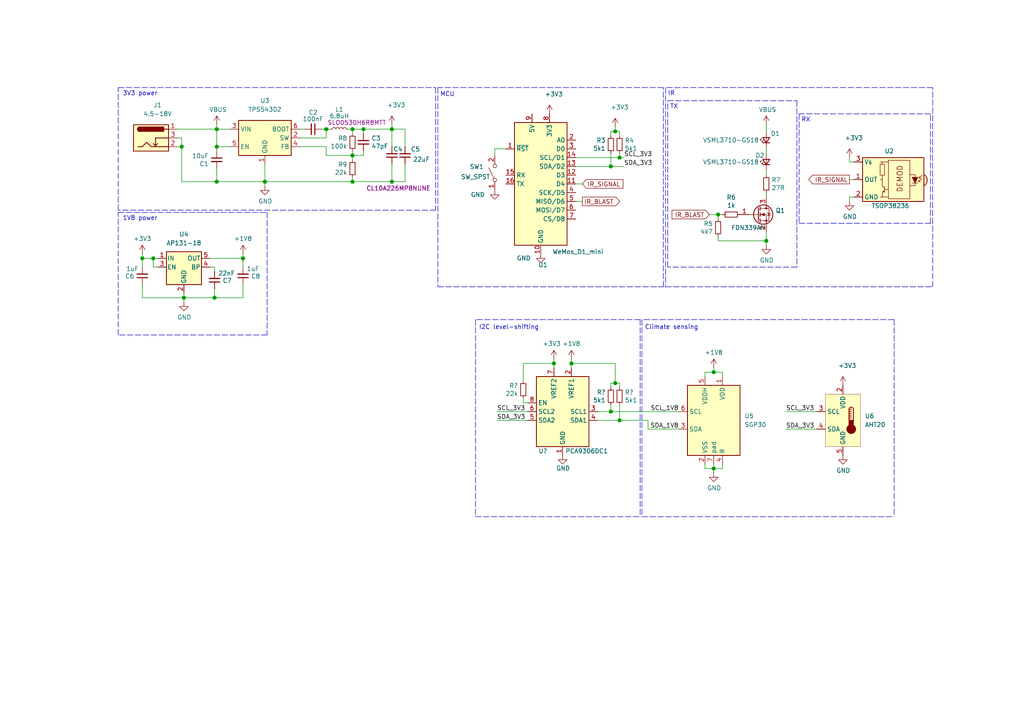
<source format=kicad_sch>
(kicad_sch (version 20210126) (generator eeschema)
  (paper "A4")
  (title_block (title "WiFIR") (rev "0.3") (comment 4 "WiFi connected IR blaster / reciever"))
  (lib_symbols
    (symbol "Connector:Barrel_Jack_Switch" (pin_names hide)
      (property "Reference" "J" (at 0 5.334 0))
      (property "Value" "Barrel_Jack_Switch" (at 0 -5.08 0))
      (symbol "Barrel_Jack_Switch_0_1"
        (arc (start -3.302 3.175) (end -3.302 1.905) (radius (at -3.302 2.54) (length 0.635) (angles 90.1 -90.1)) (stroke (width 0.254)) (fill (type outline)))
        (arc (start -3.302 3.175) (end -3.302 1.905) (radius (at -3.302 2.54) (length 0.635) (angles 90.1 -90.1)) (stroke (width 0.254)))
        (rectangle (start -5.08 3.81) (end 5.08 -3.81) (stroke (width 0.254)) (fill (type background)))
        (rectangle (start 3.683 3.175) (end -3.302 1.905) (stroke (width 0.254)) (fill (type outline)))
        (polyline (pts (xy 1.27 -2.286) (xy 1.905 -1.651)) (stroke (width 0.254)))
        (polyline (pts (xy 5.08 2.54) (xy 3.81 2.54)) (stroke (width 0.254)))
        (polyline (pts (xy 5.08 0) (xy 1.27 0) (xy 1.27 -2.286) (xy 0.635 -1.651)) (stroke (width 0.254)))
        (polyline (pts (xy -3.81 -2.54) (xy -2.54 -2.54) (xy -1.27 -1.27) (xy 0 -2.54) (xy 2.54 -2.54) (xy 5.08 -2.54)) (stroke (width 0.254)))
      )
      (symbol "Barrel_Jack_Switch_1_1"
        (pin passive line (at 7.62 2.54 180) (length 2.54) (name "~") (number "1"))
        (pin passive line (at 7.62 -2.54 180) (length 2.54) (name "~") (number "2"))
        (pin passive line (at 7.62 0 180) (length 2.54) (name "~") (number "3"))
      )
    )
    (symbol "Device:C_Small" (pin_numbers hide) (pin_names (offset 0.254) hide)
      (property "Reference" "C" (at 0.254 1.778 0))
      (property "Value" "C_Small" (at 0.254 -2.032 0))
      (symbol "C_Small_0_1"
        (polyline (pts (xy -1.524 -0.508) (xy 1.524 -0.508)) (stroke (width 0.3302)))
        (polyline (pts (xy -1.524 0.508) (xy 1.524 0.508)) (stroke (width 0.3048)))
      )
      (symbol "C_Small_1_1"
        (pin passive line (at 0 2.54 270) (length 2.032) (name "~") (number "1"))
        (pin passive line (at 0 -2.54 90) (length 2.032) (name "~") (number "2"))
      )
    )
    (symbol "Device:LED_Small" (pin_numbers hide) (pin_names (offset 0.254) hide)
      (property "Reference" "D" (at -1.27 3.175 0))
      (property "Value" "LED_Small" (at -4.445 -2.54 0))
      (symbol "LED_Small_0_1"
        (polyline (pts (xy -0.762 -1.016) (xy -0.762 1.016)) (stroke (width 0.254)))
        (polyline (pts (xy 1.016 0) (xy -0.762 0)))
        (polyline (pts (xy 0.762 -1.016) (xy -0.762 0) (xy 0.762 1.016) (xy 0.762 -1.016)) (stroke (width 0.254)))
        (polyline (pts (xy 0 0.762) (xy -0.508 1.27) (xy -0.254 1.27) (xy -0.508 1.27) (xy -0.508 1.016)))
        (polyline (pts (xy 0.508 1.27) (xy 0 1.778) (xy 0.254 1.778) (xy 0 1.778) (xy 0 1.524)))
      )
      (symbol "LED_Small_1_1"
        (pin passive line (at -2.54 0 0) (length 1.778) (name "K") (number "1"))
        (pin passive line (at 2.54 0 180) (length 1.778) (name "A") (number "2"))
      )
    )
    (symbol "Device:L_Small" (pin_numbers hide) (pin_names (offset 0.254) hide)
      (property "Reference" "L" (at 0.762 1.016 0))
      (property "Value" "L_Small" (at 0.762 -1.016 0))
      (symbol "L_Small_0_1"
        (arc (start 0 -2.032) (end 0 -1.016) (radius (at 0 -1.524) (length 0.508) (angles -89.9 89.9)))
        (arc (start 0 -1.016) (end 0 0) (radius (at 0 -0.508) (length 0.508) (angles -89.9 89.9)))
        (arc (start 0 0) (end 0 1.016) (radius (at 0 0.508) (length 0.508) (angles -89.9 89.9)))
        (arc (start 0 1.016) (end 0 2.032) (radius (at 0 1.524) (length 0.508) (angles -89.9 89.9)))
      )
      (symbol "L_Small_1_1"
        (pin passive line (at 0 2.54 270) (length 0.508) (name "~") (number "1"))
        (pin passive line (at 0 -2.54 90) (length 0.508) (name "~") (number "2"))
      )
    )
    (symbol "Device:Q_NMOS_GSD" (pin_names (offset 0) hide)
      (property "Reference" "Q" (at 5.08 1.27 0))
      (property "Value" "Q_NMOS_GSD" (at 5.08 -1.27 0))
      (symbol "Q_NMOS_GSD_0_1"
        (circle (center 1.651 0) (radius 2.794) (stroke (width 0.254)))
        (circle (center 2.54 -1.778) (radius 0.254) (fill (type outline)))
        (circle (center 2.54 1.778) (radius 0.254) (fill (type outline)))
        (polyline (pts (xy 0.254 0) (xy -2.54 0)))
        (polyline (pts (xy 0.254 1.905) (xy 0.254 -1.905)) (stroke (width 0.254)))
        (polyline (pts (xy 0.762 -1.27) (xy 0.762 -2.286)) (stroke (width 0.254)))
        (polyline (pts (xy 0.762 0.508) (xy 0.762 -0.508)) (stroke (width 0.254)))
        (polyline (pts (xy 0.762 2.286) (xy 0.762 1.27)) (stroke (width 0.254)))
        (polyline (pts (xy 2.54 2.54) (xy 2.54 1.778)))
        (polyline (pts (xy 2.54 -2.54) (xy 2.54 0) (xy 0.762 0)))
        (polyline (pts (xy 0.762 -1.778) (xy 3.302 -1.778) (xy 3.302 1.778) (xy 0.762 1.778)))
        (polyline (pts (xy 1.016 0) (xy 2.032 0.381) (xy 2.032 -0.381) (xy 1.016 0)) (fill (type outline)))
        (polyline (pts (xy 2.794 0.508) (xy 2.921 0.381) (xy 3.683 0.381) (xy 3.81 0.254)))
        (polyline (pts (xy 3.302 0.381) (xy 2.921 -0.254) (xy 3.683 -0.254) (xy 3.302 0.381)))
      )
      (symbol "Q_NMOS_GSD_1_1"
        (pin input line (at -5.08 0 0) (length 2.54) (name "G") (number "1"))
        (pin passive line (at 2.54 -5.08 90) (length 2.54) (name "S") (number "2"))
        (pin passive line (at 2.54 5.08 270) (length 2.54) (name "D") (number "3"))
      )
    )
    (symbol "Device:R_Small" (pin_numbers hide) (pin_names (offset 0.254) hide)
      (property "Reference" "R" (at 0.762 0.508 0))
      (property "Value" "R_Small" (at 0.762 -1.016 0))
      (symbol "R_Small_0_1"
        (rectangle (start -0.762 1.778) (end 0.762 -1.778) (stroke (width 0.2032)))
      )
      (symbol "R_Small_1_1"
        (pin passive line (at 0 2.54 270) (length 0.762) (name "~") (number "1"))
        (pin passive line (at 0 -2.54 90) (length 0.762) (name "~") (number "2"))
      )
    )
    (symbol "Interface:PCA9306DC1"
      (property "Reference" "U" (at -7.62 11.43 0))
      (property "Value" "PCA9306DC1" (at 3.81 11.43 0))
      (symbol "PCA9306DC1_0_1"
        (rectangle (start -7.62 10.16) (end 7.62 -10.16) (stroke (width 0.254)) (fill (type background)))
      )
      (symbol "PCA9306DC1_1_1"
        (pin power_in line (at 0 -12.7 90) (length 2.54) (name "GND") (number "1"))
        (pin power_in line (at -2.54 12.7 270) (length 2.54) (name "VREF1") (number "2"))
        (pin bidirectional line (at -10.16 0 0) (length 2.54) (name "SCL1") (number "3"))
        (pin bidirectional line (at -10.16 -2.54 0) (length 2.54) (name "SDA1") (number "4"))
        (pin bidirectional line (at 10.16 -2.54 180) (length 2.54) (name "SDA2") (number "5"))
        (pin bidirectional line (at 10.16 0 180) (length 2.54) (name "SCL2") (number "6"))
        (pin power_in line (at 2.54 12.7 270) (length 2.54) (name "VREF2") (number "7"))
        (pin input line (at 10.16 2.54 180) (length 2.54) (name "EN") (number "8"))
      )
    )
    (symbol "Interface_Optical:TSOP382xx"
      (property "Reference" "U" (at -10.16 7.62 0))
      (property "Value" "TSOP382xx" (at -10.16 -7.62 0))
      (symbol "TSOP382xx_0_0"
        (arc (start -10.287 1.397) (end -10.287 -1.778) (radius (at -9.144 -0.1778) (length 1.9558) (angles 126 -125.5)) (stroke (width 0.254)) (fill (type background)))
        (text "DEMOD" (at -3.175 0.254 900) (effects (font (size 1.524 1.524))))
        (polyline (pts (xy 1.905 -5.08) (xy 0.127 -5.08)))
        (polyline (pts (xy 1.905 5.08) (xy 0.127 5.08)))
      )
      (symbol "TSOP382xx_0_1"
        (rectangle (start -6.096 5.588) (end 0.127 -5.588))
        (rectangle (start 2.54 1.27) (end 1.27 4.445))
        (rectangle (start 7.62 6.35) (end -10.16 -6.35) (stroke (width 0.254)) (fill (type background)))
        (polyline (pts (xy -8.763 0.381) (xy -9.652 1.27)))
        (polyline (pts (xy -8.763 0.381) (xy -9.271 0.381)))
        (polyline (pts (xy -8.763 0.381) (xy -8.763 0.889)))
        (polyline (pts (xy -8.636 -0.635) (xy -9.525 0.254)))
        (polyline (pts (xy -8.636 -0.635) (xy -9.144 -0.635)))
        (polyline (pts (xy -8.636 -0.635) (xy -8.636 -0.127)))
        (polyline (pts (xy -8.382 -1.016) (xy -6.731 -1.016)))
        (polyline (pts (xy 1.27 -2.921) (xy 0.127 -2.921)))
        (polyline (pts (xy 1.27 -1.905) (xy 1.27 -3.81)))
        (polyline (pts (xy 1.397 -3.556) (xy 1.524 -3.556)))
        (polyline (pts (xy 1.651 -3.556) (xy 1.524 -3.556)))
        (polyline (pts (xy 1.651 -3.556) (xy 1.651 -3.302)))
        (polyline (pts (xy 1.905 0) (xy 1.905 1.27)))
        (polyline (pts (xy 1.905 4.445) (xy 1.905 5.08) (xy 2.54 5.08)))
        (polyline (pts (xy -8.382 0.635) (xy -6.731 0.635) (xy -7.62 -1.016) (xy -8.382 0.635)) (fill (type outline)))
        (polyline (pts (xy -6.096 1.397) (xy -7.62 1.397) (xy -7.62 -1.778) (xy -6.096 -1.778)))
        (polyline (pts (xy 1.27 -3.175) (xy 1.905 -3.81) (xy 1.905 -5.08) (xy 2.54 -5.08)))
        (polyline (pts (xy 1.27 -2.54) (xy 1.905 -1.905) (xy 1.905 0) (xy 2.54 0)))
      )
      (symbol "TSOP382xx_1_1"
        (pin output line (at 10.16 0 180) (length 2.54) (name "OUT") (number "1"))
        (pin power_in line (at 10.16 -5.08 180) (length 2.54) (name "GND") (number "2"))
        (pin power_in line (at 10.16 5.08 180) (length 2.54) (name "Vs") (number "3"))
      )
    )
    (symbol "MCU_Module:WeMos_D1_mini"
      (property "Reference" "U" (at 3.81 19.05 0))
      (property "Value" "WeMos_D1_mini" (at 1.27 -19.05 0))
      (symbol "WeMos_D1_mini_1_1"
        (rectangle (start -7.62 17.78) (end 7.62 -17.78) (stroke (width 0.254)) (fill (type background)))
        (pin input line (at -10.16 10.16 0) (length 2.54) (name "~RST") (number "1"))
        (pin power_in line (at 0 -20.32 90) (length 2.54) (name "GND") (number "10"))
        (pin bidirectional line (at 10.16 0 180) (length 2.54) (name "D4") (number "11"))
        (pin bidirectional line (at 10.16 2.54 180) (length 2.54) (name "D3") (number "12"))
        (pin bidirectional line (at 10.16 5.08 180) (length 2.54) (name "SDA/D2") (number "13"))
        (pin bidirectional line (at 10.16 7.62 180) (length 2.54) (name "SCL/D1") (number "14"))
        (pin input line (at -10.16 2.54 0) (length 2.54) (name "RX") (number "15"))
        (pin output line (at -10.16 0 0) (length 2.54) (name "TX") (number "16"))
        (pin input line (at 10.16 12.7 180) (length 2.54) (name "A0") (number "2"))
        (pin bidirectional line (at 10.16 10.16 180) (length 2.54) (name "D0") (number "3"))
        (pin bidirectional line (at 10.16 -2.54 180) (length 2.54) (name "SCK/D5") (number "4"))
        (pin bidirectional line (at 10.16 -5.08 180) (length 2.54) (name "MISO/D6") (number "5"))
        (pin bidirectional line (at 10.16 -7.62 180) (length 2.54) (name "MOSI/D7") (number "6"))
        (pin bidirectional line (at 10.16 -10.16 180) (length 2.54) (name "CS/D8") (number "7"))
        (pin power_out line (at 2.54 20.32 270) (length 2.54) (name "3V3") (number "8"))
        (pin power_in line (at -2.54 20.32 270) (length 2.54) (name "5V") (number "9"))
      )
    )
    (symbol "Regulator_Linear:AP131-18" (pin_names (offset 0.254))
      (property "Reference" "U" (at -3.81 5.715 0))
      (property "Value" "AP131-18" (at 0 5.715 0))
      (symbol "AP131-18_0_1"
        (rectangle (start -5.08 4.445) (end 5.08 -5.08) (stroke (width 0.254)) (fill (type background)))
      )
      (symbol "AP131-18_1_1"
        (pin power_in line (at -7.62 2.54 0) (length 2.54) (name "IN") (number "1"))
        (pin power_in line (at 0 -7.62 90) (length 2.54) (name "GND") (number "2"))
        (pin input line (at -7.62 0 0) (length 2.54) (name "EN") (number "3"))
        (pin input line (at 7.62 0 180) (length 2.54) (name "BP") (number "4"))
        (pin power_out line (at 7.62 2.54 180) (length 2.54) (name "OUT") (number "5"))
      )
    )
    (symbol "Regulator_Switching:TPS54302"
      (property "Reference" "U" (at -7.62 6.35 0))
      (property "Value" "TPS54302" (at 0 6.35 0))
      (symbol "TPS54302_0_1"
        (rectangle (start -7.62 5.08) (end 7.62 -5.08) (stroke (width 0.254)) (fill (type background)))
      )
      (symbol "TPS54302_1_1"
        (pin power_in line (at 0 -7.62 90) (length 2.54) (name "GND") (number "1"))
        (pin power_out line (at 10.16 0 180) (length 2.54) (name "SW") (number "2"))
        (pin power_in line (at -10.16 2.54 0) (length 2.54) (name "VIN") (number "3"))
        (pin input line (at 10.16 -2.54 180) (length 2.54) (name "FB") (number "4"))
        (pin input line (at -10.16 -2.54 0) (length 2.54) (name "EN") (number "5"))
        (pin passive line (at 10.16 2.54 180) (length 2.54) (name "BOOT") (number "6"))
      )
    )
    (symbol "Sensor:SGP30"
      (property "Reference" "U" (at -38.1 -27.94 0))
      (property "Value" "SGP30" (at -38.1 -27.94 0))
      (symbol "SGP30_0_1"
        (rectangle (start -7.62 10.16) (end 7.62 -10.16) (stroke (width 0.254)) (fill (type background)))
      )
      (symbol "SGP30_1_1"
        (pin power_in line (at 2.54 12.7 270) (length 2.54) (name "VDD") (number "1"))
        (pin power_in line (at -2.54 12.7 270) (length 2.54) (name "VDDH") (number "5"))
        (pin power_in line (at -2.54 -12.7 90) (length 2.54) (name "VSS") (number "2"))
        (pin input line (at 2.54 -12.7 90) (length 2.54) (name "R") (number "4"))
        (pin input line (at -10.16 2.54 0) (length 2.54) (name "SCL") (number "6"))
        (pin input line (at -10.16 -2.54 0) (length 2.54) (name "SDA") (number "3"))
        (pin power_in line (at 0 -12.7 90) (length 2.54) (name "pad") (number "7"))
      )
    )
    (symbol "Sensor_Temperature:AHT20"
      (property "Reference" "U" (at -5.08 10.16 0))
      (property "Value" "AHT20" (at 5.08 10.16 0))
      (symbol "AHT20_0_1"
        (arc (start 3.048 3.175) (end 1.778 3.175) (radius (at 2.413 3.175) (length 0.635) (angles 0.1 179.9)) (stroke (width 0.254)))
        (circle (center 2.413 -2.54) (radius 1.27) (stroke (width 0.254)) (fill (type outline)))
        (rectangle (start 3.048 -1.905) (end 1.778 0) (stroke (width 0.254)) (fill (type outline)))
        (rectangle (start -5.08 7.62) (end 5.08 -7.62) (stroke (width 0.001)) (fill (type background)))
        (polyline (pts (xy 1.778 0.635) (xy 2.413 0.635)) (stroke (width 0.254)))
        (polyline (pts (xy 1.778 1.27) (xy 2.413 1.27)) (stroke (width 0.254)))
        (polyline (pts (xy 1.778 1.905) (xy 2.413 1.905)) (stroke (width 0.254)))
        (polyline (pts (xy 1.778 2.54) (xy 2.413 2.54)) (stroke (width 0.254)))
        (polyline (pts (xy 1.778 3.175) (xy 1.778 0)) (stroke (width 0.254)))
        (polyline (pts (xy 1.778 3.175) (xy 2.413 3.175)) (stroke (width 0.254)))
        (polyline (pts (xy 3.048 3.175) (xy 3.048 0)) (stroke (width 0.254)))
      )
      (symbol "AHT20_1_1"
        (pin no_connect line (at -7.62 5.08 0) (length 2.54) hide (name "~") (number "1"))
        (pin power_in line (at 0 10.16 270) (length 2.54) (name "VDD") (number "2"))
        (pin open_collector line (at -7.62 2.54 0) (length 2.54) (name "SCL") (number "3"))
        (pin power_in line (at 0 -10.16 90) (length 2.54) (name "GND") (number "5"))
        (pin input line (at -7.62 -2.54 0) (length 2.54) (name "SDA") (number "4"))
        (pin no_connect line (at -7.62 -5.08 0) (length 2.54) hide (name "~") (number "6"))
      )
    )
    (symbol "Switch:SW_SPST" (pin_names (offset 0) hide)
      (property "Reference" "SW" (at 0 3.175 0))
      (property "Value" "SW_SPST" (at 0 -2.54 0))
      (symbol "SW_SPST_0_0"
        (circle (center -2.032 0) (radius 0.508))
        (circle (center 2.032 0) (radius 0.508))
        (polyline (pts (xy -1.524 0.254) (xy 1.524 1.778)))
      )
      (symbol "SW_SPST_1_1"
        (pin passive line (at -5.08 0 0) (length 2.54) (name "A") (number "1"))
        (pin passive line (at 5.08 0 180) (length 2.54) (name "B") (number "2"))
      )
    )
    (symbol "power:+1V8" (power) (pin_names (offset 0))
      (property "Value" "+1V8" (at 0 3.556 0))
      (symbol "+1V8_0_1"
        (polyline (pts (xy -0.762 1.27) (xy 0 2.54)))
        (polyline (pts (xy 0 0) (xy 0 2.54)))
        (polyline (pts (xy 0 2.54) (xy 0.762 1.27)))
      )
      (symbol "+1V8_1_1"
        (pin power_in line (at 0 0 90) (length 0) hide (name "+1V8") (number "1"))
      )
    )
    (symbol "power:+3V3" (power) (pin_names (offset 0))
      (property "Value" "+3V3" (at 0 3.556 0))
      (symbol "+3V3_0_1"
        (polyline (pts (xy -0.762 1.27) (xy 0 2.54)))
        (polyline (pts (xy 0 0) (xy 0 2.54)))
        (polyline (pts (xy 0 2.54) (xy 0.762 1.27)))
      )
      (symbol "+3V3_1_1"
        (pin power_in line (at 0 0 90) (length 0) hide (name "+3V3") (number "1"))
      )
    )
    (symbol "power:GND" (power) (pin_names (offset 0))
      (property "Value" "GND" (at 0 -3.81 0))
      (symbol "GND_0_1"
        (polyline (pts (xy 0 0) (xy 0 -1.27) (xy 1.27 -1.27) (xy 0 -2.54) (xy -1.27 -1.27) (xy 0 -1.27)))
      )
      (symbol "GND_1_1"
        (pin power_in line (at 0 0 270) (length 0) hide (name "GND") (number "1"))
      )
    )
    (symbol "power:VBUS" (power) (pin_names (offset 0))
      (property "Value" "VBUS" (at 0 3.81 0))
      (symbol "VBUS_0_1"
        (polyline (pts (xy -0.762 1.27) (xy 0 2.54)))
        (polyline (pts (xy 0 0) (xy 0 2.54)))
        (polyline (pts (xy 0 2.54) (xy 0.762 1.27)))
      )
      (symbol "VBUS_1_1"
        (pin power_in line (at 0 0 90) (length 0) hide (name "VBUS") (number "1"))
      )
    )
  )
  (junction (at 41.275 74.93) (diameter 1.016))
  (junction (at 44.45 74.93) (diameter 1.016))
  (junction (at 52.705 42.545) (diameter 1.016))
  (junction (at 53.34 86.36) (diameter 1.016))
  (junction (at 62.23 86.36) (diameter 1.016))
  (junction (at 62.865 37.465) (diameter 1.016))
  (junction (at 62.865 42.545) (diameter 1.016))
  (junction (at 62.865 52.705) (diameter 1.016))
  (junction (at 70.485 74.93) (diameter 1.016))
  (junction (at 76.835 52.705) (diameter 1.016))
  (junction (at 94.615 37.465) (diameter 1.016))
  (junction (at 102.235 37.465) (diameter 1.016))
  (junction (at 102.235 45.085) (diameter 1.016))
  (junction (at 102.235 52.705) (diameter 1.016))
  (junction (at 105.41 37.465) (diameter 1.016))
  (junction (at 113.665 37.465) (diameter 1.016))
  (junction (at 113.665 52.705) (diameter 1.016))
  (junction (at 160.655 105.41) (diameter 1.016))
  (junction (at 165.735 105.41) (diameter 1.016))
  (junction (at 177.165 48.26) (diameter 1.016))
  (junction (at 177.165 119.38) (diameter 1.016))
  (junction (at 178.435 38.1) (diameter 1.016))
  (junction (at 178.435 111.125) (diameter 1.016))
  (junction (at 179.705 45.72) (diameter 1.016))
  (junction (at 179.705 121.92) (diameter 1.016))
  (junction (at 207.01 107.95) (diameter 1.016))
  (junction (at 207.01 135.89) (diameter 1.016))
  (junction (at 208.28 62.23) (diameter 1.016))
  (junction (at 222.25 69.85) (diameter 1.016))
  (wire (pts (xy 41.275 73.66) (xy 41.275 74.93)))
  (wire (pts (xy 41.275 74.93) (xy 44.45 74.93)))
  (wire (pts (xy 41.275 77.47) (xy 41.275 74.93)))
  (wire (pts (xy 41.275 82.55) (xy 41.275 86.36)))
  (wire (pts (xy 41.275 86.36) (xy 53.34 86.36)))
  (wire (pts (xy 44.45 74.93) (xy 45.72 74.93)))
  (wire (pts (xy 44.45 77.47) (xy 44.45 74.93)))
  (wire (pts (xy 45.72 77.47) (xy 44.45 77.47)))
  (wire (pts (xy 51.435 37.465) (xy 62.865 37.465)))
  (wire (pts (xy 51.435 40.005) (xy 52.705 40.005)))
  (wire (pts (xy 51.435 42.545) (xy 52.705 42.545)))
  (wire (pts (xy 52.705 40.005) (xy 52.705 42.545)))
  (wire (pts (xy 52.705 42.545) (xy 52.705 52.705)))
  (wire (pts (xy 52.705 52.705) (xy 62.865 52.705)))
  (wire (pts (xy 53.34 85.09) (xy 53.34 86.36)))
  (wire (pts (xy 53.34 86.36) (xy 53.34 87.63)))
  (wire (pts (xy 53.34 86.36) (xy 62.23 86.36)))
  (wire (pts (xy 60.96 74.93) (xy 70.485 74.93)))
  (wire (pts (xy 62.23 77.47) (xy 60.96 77.47)))
  (wire (pts (xy 62.23 78.74) (xy 62.23 77.47)))
  (wire (pts (xy 62.23 86.36) (xy 62.23 83.82)))
  (wire (pts (xy 62.865 36.195) (xy 62.865 37.465)))
  (wire (pts (xy 62.865 37.465) (xy 62.865 42.545)))
  (wire (pts (xy 62.865 37.465) (xy 66.675 37.465)))
  (wire (pts (xy 62.865 42.545) (xy 62.865 43.815)))
  (wire (pts (xy 62.865 42.545) (xy 66.675 42.545)))
  (wire (pts (xy 62.865 48.895) (xy 62.865 52.705)))
  (wire (pts (xy 70.485 74.93) (xy 70.485 73.66)))
  (wire (pts (xy 70.485 74.93) (xy 70.485 77.47)))
  (wire (pts (xy 70.485 82.55) (xy 70.485 86.36)))
  (wire (pts (xy 70.485 86.36) (xy 62.23 86.36)))
  (wire (pts (xy 76.835 47.625) (xy 76.835 52.705)))
  (wire (pts (xy 76.835 52.705) (xy 62.865 52.705)))
  (wire (pts (xy 76.835 52.705) (xy 76.835 53.975)))
  (wire (pts (xy 86.995 37.465) (xy 88.265 37.465)))
  (wire (pts (xy 86.995 40.005) (xy 94.615 40.005)))
  (wire (pts (xy 86.995 42.545) (xy 94.615 42.545)))
  (wire (pts (xy 93.345 37.465) (xy 94.615 37.465)))
  (wire (pts (xy 94.615 37.465) (xy 94.615 40.005)))
  (wire (pts (xy 94.615 37.465) (xy 95.885 37.465)))
  (wire (pts (xy 94.615 42.545) (xy 94.615 45.085)))
  (wire (pts (xy 94.615 45.085) (xy 102.235 45.085)))
  (wire (pts (xy 100.965 37.465) (xy 102.235 37.465)))
  (wire (pts (xy 102.235 37.465) (xy 105.41 37.465)))
  (wire (pts (xy 102.235 38.735) (xy 102.235 37.465)))
  (wire (pts (xy 102.235 43.815) (xy 102.235 45.085)))
  (wire (pts (xy 102.235 45.085) (xy 102.235 46.355)))
  (wire (pts (xy 102.235 45.085) (xy 105.41 45.085)))
  (wire (pts (xy 102.235 51.435) (xy 102.235 52.705)))
  (wire (pts (xy 102.235 52.705) (xy 76.835 52.705)))
  (wire (pts (xy 102.235 52.705) (xy 113.665 52.705)))
  (wire (pts (xy 105.41 37.465) (xy 105.41 38.735)))
  (wire (pts (xy 105.41 37.465) (xy 113.665 37.465)))
  (wire (pts (xy 105.41 45.085) (xy 105.41 43.815)))
  (wire (pts (xy 113.665 36.195) (xy 113.665 37.465)))
  (wire (pts (xy 113.665 37.465) (xy 113.665 42.545)))
  (wire (pts (xy 113.665 37.465) (xy 117.475 37.465)))
  (wire (pts (xy 113.665 47.625) (xy 113.665 52.705)))
  (wire (pts (xy 117.475 37.465) (xy 117.475 42.545)))
  (wire (pts (xy 117.475 47.625) (xy 117.475 52.705)))
  (wire (pts (xy 117.475 52.705) (xy 113.665 52.705)))
  (wire (pts (xy 143.51 43.18) (xy 146.685 43.18)))
  (wire (pts (xy 143.51 45.085) (xy 143.51 43.18)))
  (wire (pts (xy 144.145 119.38) (xy 153.035 119.38)))
  (wire (pts (xy 144.145 121.92) (xy 153.035 121.92)))
  (wire (pts (xy 151.765 105.41) (xy 151.765 110.49)))
  (wire (pts (xy 151.765 115.57) (xy 151.765 116.84)))
  (wire (pts (xy 151.765 116.84) (xy 153.035 116.84)))
  (wire (pts (xy 160.655 104.14) (xy 160.655 105.41)))
  (wire (pts (xy 160.655 105.41) (xy 151.765 105.41)))
  (wire (pts (xy 160.655 106.68) (xy 160.655 105.41)))
  (wire (pts (xy 165.735 104.14) (xy 165.735 105.41)))
  (wire (pts (xy 165.735 105.41) (xy 165.735 106.68)))
  (wire (pts (xy 167.005 45.72) (xy 179.705 45.72)))
  (wire (pts (xy 167.005 48.26) (xy 177.165 48.26)))
  (wire (pts (xy 167.005 53.34) (xy 168.91 53.34)))
  (wire (pts (xy 167.005 58.42) (xy 168.91 58.42)))
  (wire (pts (xy 173.355 119.38) (xy 177.165 119.38)))
  (wire (pts (xy 177.165 38.1) (xy 178.435 38.1)))
  (wire (pts (xy 177.165 39.37) (xy 177.165 38.1)))
  (wire (pts (xy 177.165 44.45) (xy 177.165 48.26)))
  (wire (pts (xy 177.165 48.26) (xy 180.975 48.26)))
  (wire (pts (xy 177.165 111.125) (xy 177.165 112.395)))
  (wire (pts (xy 177.165 117.475) (xy 177.165 119.38)))
  (wire (pts (xy 177.165 119.38) (xy 196.85 119.38)))
  (wire (pts (xy 178.435 38.1) (xy 178.435 36.83)))
  (wire (pts (xy 178.435 38.1) (xy 179.705 38.1)))
  (wire (pts (xy 178.435 105.41) (xy 165.735 105.41)))
  (wire (pts (xy 178.435 111.125) (xy 177.165 111.125)))
  (wire (pts (xy 178.435 111.125) (xy 178.435 105.41)))
  (wire (pts (xy 179.705 38.1) (xy 179.705 39.37)))
  (wire (pts (xy 179.705 45.72) (xy 179.705 44.45)))
  (wire (pts (xy 179.705 111.125) (xy 178.435 111.125)))
  (wire (pts (xy 179.705 112.395) (xy 179.705 111.125)))
  (wire (pts (xy 179.705 117.475) (xy 179.705 121.92)))
  (wire (pts (xy 179.705 121.92) (xy 173.355 121.92)))
  (wire (pts (xy 180.975 45.72) (xy 179.705 45.72)))
  (wire (pts (xy 187.96 121.92) (xy 179.705 121.92)))
  (wire (pts (xy 187.96 124.46) (xy 187.96 121.92)))
  (wire (pts (xy 196.85 124.46) (xy 187.96 124.46)))
  (wire (pts (xy 204.47 107.95) (xy 204.47 109.22)))
  (wire (pts (xy 204.47 134.62) (xy 204.47 135.89)))
  (wire (pts (xy 204.47 135.89) (xy 207.01 135.89)))
  (wire (pts (xy 207.01 106.68) (xy 207.01 107.95)))
  (wire (pts (xy 207.01 107.95) (xy 204.47 107.95)))
  (wire (pts (xy 207.01 107.95) (xy 209.55 107.95)))
  (wire (pts (xy 207.01 134.62) (xy 207.01 135.89)))
  (wire (pts (xy 207.01 135.89) (xy 207.01 137.16)))
  (wire (pts (xy 207.01 135.89) (xy 209.55 135.89)))
  (wire (pts (xy 208.28 62.23) (xy 205.74 62.23)))
  (wire (pts (xy 208.28 62.23) (xy 209.55 62.23)))
  (wire (pts (xy 208.28 63.5) (xy 208.28 62.23)))
  (wire (pts (xy 208.28 68.58) (xy 208.28 69.85)))
  (wire (pts (xy 208.28 69.85) (xy 222.25 69.85)))
  (wire (pts (xy 209.55 107.95) (xy 209.55 109.22)))
  (wire (pts (xy 209.55 135.89) (xy 209.55 134.62)))
  (wire (pts (xy 222.25 36.195) (xy 222.25 38.1)))
  (wire (pts (xy 222.25 43.18) (xy 222.25 44.45)))
  (wire (pts (xy 222.25 49.53) (xy 222.25 50.8)))
  (wire (pts (xy 222.25 55.88) (xy 222.25 57.15)))
  (wire (pts (xy 222.25 69.85) (xy 222.25 67.31)))
  (wire (pts (xy 222.25 71.12) (xy 222.25 69.85)))
  (wire (pts (xy 227.965 119.38) (xy 236.855 119.38)))
  (wire (pts (xy 227.965 124.46) (xy 236.855 124.46)))
  (wire (pts (xy 246.38 45.72) (xy 246.38 46.99)))
  (wire (pts (xy 246.38 52.07) (xy 247.65 52.07)))
  (wire (pts (xy 246.38 57.15) (xy 246.38 58.42)))
  (wire (pts (xy 247.65 46.99) (xy 246.38 46.99)))
  (wire (pts (xy 247.65 57.15) (xy 246.38 57.15)))
  (polyline (pts (xy 34.29 25.4) (xy 126.365 25.4)) (stroke (width 0) (type dash)))
  (polyline (pts (xy 34.29 60.96) (xy 34.29 25.4)) (stroke (width 0) (type dash)))
  (polyline (pts (xy 34.29 61.595) (xy 77.47 61.595)) (stroke (width 0) (type dash)))
  (polyline (pts (xy 34.29 97.155) (xy 34.29 61.595)) (stroke (width 0) (type dash)))
  (polyline (pts (xy 77.47 61.595) (xy 77.47 97.155)) (stroke (width 0) (type dash)))
  (polyline (pts (xy 77.47 97.155) (xy 34.29 97.155)) (stroke (width 0) (type dash)))
  (polyline (pts (xy 126.365 25.4) (xy 126.365 60.96)) (stroke (width 0) (type dash)))
  (polyline (pts (xy 126.365 60.96) (xy 34.29 60.96)) (stroke (width 0) (type dash)))
  (polyline (pts (xy 127 25.4) (xy 127 83.185)) (stroke (width 0) (type dash)))
  (polyline (pts (xy 127 83.185) (xy 192.405 83.185)) (stroke (width 0) (type dash)))
  (polyline (pts (xy 137.922 92.71) (xy 137.922 149.86)) (stroke (width 0) (type dash)))
  (polyline (pts (xy 137.922 149.86) (xy 185.674 149.86)) (stroke (width 0) (type dash)))
  (polyline (pts (xy 185.674 92.71) (xy 137.922 92.71)) (stroke (width 0) (type dash)))
  (polyline (pts (xy 185.674 92.71) (xy 185.674 149.86)) (stroke (width 0) (type dash)))
  (polyline (pts (xy 186.182 92.71) (xy 186.182 149.86)) (stroke (width 0) (type dash)))
  (polyline (pts (xy 186.182 149.86) (xy 259.334 149.86)) (stroke (width 0) (type dash)))
  (polyline (pts (xy 192.405 25.4) (xy 127 25.4)) (stroke (width 0) (type dash)))
  (polyline (pts (xy 192.405 83.185) (xy 192.405 25.4)) (stroke (width 0) (type dash)))
  (polyline (pts (xy 193.04 25.4) (xy 193.04 83.185)) (stroke (width 0) (type dash)))
  (polyline (pts (xy 193.04 83.185) (xy 270.51 83.185)) (stroke (width 0) (type dash)))
  (polyline (pts (xy 193.675 29.21) (xy 231.14 29.21)) (stroke (width 0) (type dash)))
  (polyline (pts (xy 193.675 77.47) (xy 193.675 29.21)) (stroke (width 0) (type dash)))
  (polyline (pts (xy 231.14 29.21) (xy 231.14 77.47)) (stroke (width 0) (type dash)))
  (polyline (pts (xy 231.14 77.47) (xy 193.675 77.47)) (stroke (width 0) (type dash)))
  (polyline (pts (xy 231.775 33.02) (xy 231.775 64.77)) (stroke (width 0) (type dash)))
  (polyline (pts (xy 231.775 64.77) (xy 269.875 64.77)) (stroke (width 0) (type dash)))
  (polyline (pts (xy 259.334 92.71) (xy 186.182 92.71)) (stroke (width 0) (type dash)))
  (polyline (pts (xy 259.334 92.71) (xy 259.334 149.86)) (stroke (width 0) (type dash)))
  (polyline (pts (xy 269.875 33.02) (xy 231.775 33.02)) (stroke (width 0) (type dash)))
  (polyline (pts (xy 269.875 64.77) (xy 269.875 33.02)) (stroke (width 0) (type dash)))
  (polyline (pts (xy 270.51 25.4) (xy 193.04 25.4)) (stroke (width 0) (type dash)))
  (polyline (pts (xy 270.51 83.185) (xy 270.51 25.4)) (stroke (width 0) (type dash)))
  (text "3V3 power" (at 35.56 27.94 0) (effects (font (size 1.27 1.27)) (justify left bottom)))
  (text "1V8 power" (at 35.56 64.135 0) (effects (font (size 1.27 1.27)) (justify left bottom)))
  (text "MCU" (at 127.635 28.194 0) (effects (font (size 1.27 1.27)) (justify left bottom)))
  (text "I2C level-shifting" (at 156.337 95.758 180) (effects (font (size 1.27 1.27)) (justify right bottom)))
  (text "IR" (at 193.675 27.94 0) (effects (font (size 1.27 1.27)) (justify left bottom)))
  (text "TX" (at 194.31 31.75 0) (effects (font (size 1.27 1.27)) (justify left bottom)))
  (text "Climate sensing" (at 202.565 95.758 180) (effects (font (size 1.27 1.27)) (justify right bottom)))
  (text "RX" (at 232.41 35.56 0) (effects (font (size 1.27 1.27)) (justify left bottom)))
  (label "SCL_3V3" (at 144.145 119.38 0))
  (label "SDA_3V3" (at 144.145 121.92 0))
  (label "SCL_3V3" (at 180.975 45.72 0))
  (label "SDA_3V3" (at 180.975 48.26 0))
  (label "SCL_1V8" (at 196.85 119.38 180))
  (label "SDA_1V8" (at 196.85 124.46 180))
  (label "SCL_3V3" (at 227.965 119.38 0))
  (label "SDA_3V3" (at 227.965 124.46 0))
  (global_label "IR_SIGNAL" (shape input) (at 168.91 53.34 0) (property "Intersheet References" "${INTERSHEET_REFS}" (effects hide)))
  (global_label "IR_BLAST" (shape output) (at 168.91 58.42 0) (property "Intersheet References" "${INTERSHEET_REFS}" (effects hide)))
  (global_label "IR_BLAST" (shape input) (at 205.74 62.23 180) (property "Intersheet References" "${INTERSHEET_REFS}" (effects hide)))
  (global_label "IR_SIGNAL" (shape output) (at 246.38 52.07 180) (property "Intersheet References" "${INTERSHEET_REFS}" (effects hide)))
  (symbol (lib_id "Device:L_Small") (at 98.425 37.465 90) (unit 1)
    (property "Reference" "L1" (at 98.425 31.75 90))
    (property "Value" "6.8uH" (at 98.425 33.655 90))
    (property "Footprint" "Inductor_SMD:L_6.3x6.3_H3" (effects hide))
    (property "MPN" "SLO0530H6R8MTT" (at 103.505 35.56 90))
  )
  (symbol (lib_id "power:+3V3") (at 41.275 73.66 0) (unit 1)
    (property "Reference" "#PWR0104" (effects hide))
    (property "Value" "+3V3" (at 41.275 69.215 0))
  )
  (symbol (lib_id "power:VBUS") (at 62.865 36.195 0) (unit 1)
    (property "Reference" "#PWR0110" (effects hide))
    (property "Value" "VBUS" (at 63.246 31.8008 0))
  )
  (symbol (lib_id "power:+1V8") (at 70.485 73.66 0) (unit 1)
    (property "Reference" "#PWR0113" (effects hide))
    (property "Value" "+1V8" (at 70.485 69.215 0))
  )
  (symbol (lib_id "power:+3V3") (at 113.665 36.195 0) (unit 1)
    (property "Reference" "#PWR0112" (effects hide))
    (property "Value" "+3V3" (at 114.935 30.48 0))
  )
  (symbol (lib_id "power:+3V3") (at 159.385 33.02 0) (unit 1)
    (property "Reference" "#PWR0106" (effects hide))
    (property "Value" "+3V3" (at 160.655 27.305 0))
  )
  (symbol (lib_id "power:+3V3") (at 160.655 104.14 0) (unit 1)
    (property "Reference" "#PWR?" (effects hide))
    (property "Value" "+3V3" (at 160.02 99.695 0))
  )
  (symbol (lib_id "power:+1V8") (at 165.735 104.14 0) (mirror y) (unit 1)
    (property "Reference" "#PWR0115" (effects hide))
    (property "Value" "+1V8" (at 165.735 99.695 0))
  )
  (symbol (lib_id "power:+3V3") (at 178.435 36.83 0) (unit 1)
    (property "Reference" "#PWR0105" (effects hide))
    (property "Value" "+3V3" (at 179.705 31.115 0))
  )
  (symbol (lib_id "power:+1V8") (at 207.01 106.68 0) (unit 1)
    (property "Reference" "#PWR0116" (effects hide))
    (property "Value" "+1V8" (at 207.01 102.235 0))
  )
  (symbol (lib_id "power:VBUS") (at 222.25 36.195 0) (unit 1)
    (property "Reference" "#PWR0101" (effects hide))
    (property "Value" "VBUS" (at 222.631 31.8008 0))
  )
  (symbol (lib_id "power:+3V3") (at 244.475 111.76 0) (unit 1)
    (property "Reference" "#PWR0119" (effects hide))
    (property "Value" "+3V3" (at 245.745 106.045 0))
  )
  (symbol (lib_id "power:+3V3") (at 246.38 45.72 0) (unit 1)
    (property "Reference" "#PWR0117" (effects hide))
    (property "Value" "+3V3" (at 247.65 40.005 0))
  )
  (symbol (lib_id "power:GND") (at 53.34 87.63 0) (unit 1)
    (property "Reference" "#PWR0107" (effects hide))
    (property "Value" "GND" (at 53.467 92.0242 0))
  )
  (symbol (lib_id "power:GND") (at 76.835 53.975 0) (unit 1)
    (property "Reference" "#PWR0111" (effects hide))
    (property "Value" "GND" (at 76.962 58.3692 0))
  )
  (symbol (lib_id "power:GND") (at 143.51 55.245 0) (unit 1)
    (property "Reference" "#PWR0109" (effects hide))
    (property "Value" "GND" (at 138.557 56.4642 0))
  )
  (symbol (lib_id "power:GND") (at 156.845 73.66 0) (unit 1)
    (property "Reference" "#PWR0108" (effects hide))
    (property "Value" "GND" (at 151.892 74.8792 0))
  )
  (symbol (lib_id "power:GND") (at 163.195 132.08 0) (unit 1)
    (property "Reference" "#PWR?" (effects hide))
    (property "Value" "GND" (at 163.322 135.8392 0))
  )
  (symbol (lib_id "power:GND") (at 207.01 137.16 0) (unit 1)
    (property "Reference" "#PWR0114" (effects hide))
    (property "Value" "GND" (at 207.137 141.5542 0))
  )
  (symbol (lib_id "power:GND") (at 222.25 71.12 0) (unit 1)
    (property "Reference" "#PWR0102" (effects hide))
    (property "Value" "GND" (at 222.377 75.5142 0))
  )
  (symbol (lib_id "power:GND") (at 244.475 132.08 0) (unit 1)
    (property "Reference" "#PWR0118" (effects hide))
    (property "Value" "GND" (at 244.602 136.4742 0))
  )
  (symbol (lib_id "power:GND") (at 246.38 58.42 0) (unit 1)
    (property "Reference" "#PWR0103" (effects hide))
    (property "Value" "GND" (at 246.507 62.8142 0))
  )
  (symbol (lib_id "Device:R_Small") (at 102.235 41.275 0) (mirror x) (unit 1)
    (property "Reference" "R8" (at 100.7364 40.1066 0) (effects (justify right)))
    (property "Value" "100k" (at 100.736 42.418 0) (effects (justify right)))
    (property "Footprint" "Resistor_SMD:R_0603_1608Metric_Pad0.98x0.95mm_HandSolder" (effects hide))
  )
  (symbol (lib_id "Device:R_Small") (at 102.235 48.895 0) (mirror x) (unit 1)
    (property "Reference" "R9" (at 100.7364 47.7266 0) (effects (justify right)))
    (property "Value" "22k" (at 100.736 50.038 0) (effects (justify right)))
    (property "Footprint" "Resistor_SMD:R_0603_1608Metric_Pad0.98x0.95mm_HandSolder" (effects hide))
  )
  (symbol (lib_id "Device:R_Small") (at 151.765 113.03 0) (mirror x) (unit 1)
    (property "Reference" "R?" (at 150.2664 111.8616 0) (effects (justify right)))
    (property "Value" "22k" (at 150.266 114.173 0) (effects (justify right)))
    (property "Footprint" "Resistor_SMD:R_0603_1608Metric_Pad0.98x0.95mm_HandSolder" (effects hide))
  )
  (symbol (lib_id "Device:R_Small") (at 177.165 41.91 0) (mirror x) (unit 1)
    (property "Reference" "R3" (at 175.6664 40.7416 0) (effects (justify right)))
    (property "Value" "5k1" (at 175.6664 43.053 0) (effects (justify right)))
    (property "Footprint" "Resistor_SMD:R_0603_1608Metric_Pad0.98x0.95mm_HandSolder" (effects hide))
  )
  (symbol (lib_id "Device:R_Small") (at 177.165 114.935 0) (mirror x) (unit 1)
    (property "Reference" "R?" (at 175.6664 113.7666 0) (effects (justify right)))
    (property "Value" "5k1" (at 175.6664 116.078 0) (effects (justify right)))
    (property "Footprint" "Resistor_SMD:R_0603_1608Metric_Pad0.98x0.95mm_HandSolder" (effects hide))
  )
  (symbol (lib_id "Device:R_Small") (at 179.705 41.91 180) (unit 1)
    (property "Reference" "R4" (at 181.2036 40.7416 0) (effects (justify right)))
    (property "Value" "5k1" (at 181.204 43.053 0) (effects (justify right)))
    (property "Footprint" "Resistor_SMD:R_0603_1608Metric_Pad0.98x0.95mm_HandSolder" (effects hide))
  )
  (symbol (lib_id "Device:R_Small") (at 179.705 114.935 180) (unit 1)
    (property "Reference" "R?" (at 181.2036 113.7666 0) (effects (justify right)))
    (property "Value" "5k1" (at 181.2036 116.078 0) (effects (justify right)))
    (property "Footprint" "Resistor_SMD:R_0603_1608Metric_Pad0.98x0.95mm_HandSolder" (effects hide))
  )
  (symbol (lib_id "Device:R_Small") (at 208.28 66.04 0) (mirror x) (unit 1)
    (property "Reference" "R5" (at 206.7814 64.8716 0) (effects (justify right)))
    (property "Value" "4k7" (at 206.7814 67.183 0) (effects (justify right)))
    (property "Footprint" "Resistor_SMD:R_0603_1608Metric_Pad0.98x0.95mm_HandSolder" (effects hide))
  )
  (symbol (lib_id "Device:R_Small") (at 212.09 62.23 90) (mirror x) (unit 1)
    (property "Reference" "R6" (at 212.09 57.2516 90))
    (property "Value" "1k" (at 212.09 59.563 90))
    (property "Footprint" "Resistor_SMD:R_0603_1608Metric_Pad0.98x0.95mm_HandSolder" (effects hide))
  )
  (symbol (lib_id "Device:R_Small") (at 222.25 53.34 0) (unit 1)
    (property "Reference" "R7" (at 223.7486 52.1716 0) (effects (justify left)))
    (property "Value" "27R" (at 223.749 54.483 0) (effects (justify left)))
    (property "Footprint" "Resistor_SMD:R_0603_1608Metric_Pad0.98x0.95mm_HandSolder" (effects hide))
  )
  (symbol (lib_id "Device:LED_Small") (at 222.25 40.64 90) (unit 1)
    (property "Reference" "D1" (at 223.52 38.735 90) (effects (justify right)))
    (property "Value" "VSML3710-GS18" (at 203.835 40.64 90) (effects (justify right)))
    (property "Footprint" "LED_SMD:LED_PLCC-2" (effects hide))
  )
  (symbol (lib_id "Device:LED_Small") (at 222.25 46.99 90) (unit 1)
    (property "Reference" "D2" (at 219.075 45.085 90) (effects (justify right)))
    (property "Value" "VSML3710-GS18" (at 203.835 46.99 90) (effects (justify right)))
    (property "Footprint" "LED_SMD:LED_PLCC-2" (effects hide))
  )
  (symbol (lib_id "Device:C_Small") (at 41.275 80.01 0) (mirror x) (unit 1)
    (property "Reference" "C6" (at 38.9636 80.1116 0) (effects (justify right)))
    (property "Value" "1uF" (at 40.234 77.978 0) (effects (justify right)))
    (property "Footprint" "Capacitor_SMD:C_0603_1608Metric_Pad1.08x0.95mm_HandSolder" (effects hide))
  )
  (symbol (lib_id "Device:C_Small") (at 62.23 81.28 180) (unit 1)
    (property "Reference" "C7" (at 64.5414 81.3816 0) (effects (justify right)))
    (property "Value" "22nF" (at 63.271 79.248 0) (effects (justify right)))
    (property "Footprint" "Capacitor_SMD:C_0603_1608Metric_Pad1.08x0.95mm_HandSolder" (effects hide))
  )
  (symbol (lib_id "Device:C_Small") (at 62.865 46.355 0) (unit 1)
    (property "Reference" "C1" (at 60.5536 47.5234 0) (effects (justify right)))
    (property "Value" "10uF" (at 60.554 45.212 0) (effects (justify right)))
    (property "Footprint" "Capacitor_SMD:C_0805_2012Metric_Pad1.18x1.45mm_HandSolder" (effects hide))
  )
  (symbol (lib_id "Device:C_Small") (at 70.485 80.01 180) (unit 1)
    (property "Reference" "C8" (at 72.7964 80.1116 0) (effects (justify right)))
    (property "Value" "1uF" (at 71.526 77.978 0) (effects (justify right)))
    (property "Footprint" "Capacitor_SMD:C_0603_1608Metric_Pad1.08x0.95mm_HandSolder" (effects hide))
  )
  (symbol (lib_id "Device:C_Small") (at 90.805 37.465 270) (unit 1)
    (property "Reference" "C2" (at 92.1766 32.6136 90) (effects (justify right)))
    (property "Value" "100nF" (at 93.853 34.519 90) (effects (justify right)))
    (property "Footprint" "Capacitor_SMD:C_0603_1608Metric_Pad1.08x0.95mm_HandSolder" (effects hide))
  )
  (symbol (lib_id "Device:C_Small") (at 105.41 41.275 180) (unit 1)
    (property "Reference" "C3" (at 107.7214 40.1066 0) (effects (justify right)))
    (property "Value" "47pF" (at 107.721 42.418 0) (effects (justify right)))
    (property "Footprint" "Capacitor_SMD:C_0603_1608Metric_Pad1.08x0.95mm_HandSolder" (effects hide))
  )
  (symbol (lib_id "Device:C_Small") (at 113.665 45.085 180) (unit 1)
    (property "Reference" "C4" (at 114.0714 43.2816 0) (effects (justify right)))
    (property "Value" "22uF: CL10A226MP8NUNE" (effects hide))
    (property "Footprint" "Capacitor_SMD:C_0805_2012Metric_Pad1.18x1.45mm_HandSolder" (effects hide))
  )
  (symbol (lib_id "Device:C_Small") (at 117.475 45.085 180) (unit 1)
    (property "Reference" "C5" (at 119.1514 43.2816 0) (effects (justify right)))
    (property "Value" "22uF" (at 119.786 46.228 0) (effects (justify right)))
    (property "Footprint" "Capacitor_SMD:C_0805_2012Metric_Pad1.18x1.45mm_HandSolder" (effects hide))
    (property "MPN" "CL10A226MP8NUNE" (at 115.57 54.61 0))
  )
  (symbol (lib_id "Switch:SW_SPST") (at 143.51 50.165 90) (unit 1)
    (property "Reference" "SW1" (at 136.2202 48.3616 90) (effects (justify right)))
    (property "Value" "SW_SPST" (at 133.6802 51.308 90) (effects (justify right)))
    (property "Footprint" "Button_Switch_SMD:SW_Push_1P1T_NO_6x6mm_H9.5mm" (effects hide))
  )
  (symbol (lib_id "Connector:Barrel_Jack_Switch") (at 43.815 40.005 0) (unit 1)
    (property "Reference" "J1" (at 45.72 30.48 0))
    (property "Value" "4.5-18V" (at 45.72 33.02 0))
    (property "Footprint" "Connector_BarrelJack:BarrelJack_Horizontal" (effects hide))
  )
  (symbol (lib_id "Device:Q_NMOS_GSD") (at 219.71 62.23 0) (unit 1)
    (property "Reference" "Q1" (at 224.917 61.0616 0) (effects (justify left)))
    (property "Value" "FDN339AN" (at 212.09 66.04 0) (effects (justify left)))
    (property "Footprint" "Package_TO_SOT_SMD:SOT-23_Handsoldering" (effects hide))
  )
  (symbol (lib_id "Regulator_Linear:AP131-18") (at 53.34 77.47 0) (unit 1)
    (property "Reference" "U4" (at 53.34 67.945 0))
    (property "Value" "AP131-18" (at 53.34 70.485 0))
    (property "Footprint" "Package_TO_SOT_SMD:SOT-23-5" (effects hide))
    (property "Datasheet" "http://www.diodes.com/_files/datasheets/AP131.pdf" (effects hide))
    (property "MPN" "RT9193" (effects hide))
  )
  (symbol (lib_id "Sensor_Temperature:AHT20") (at 244.475 121.92 0) (unit 1)
    (property "Reference" "U6" (at 250.825 120.65 0) (effects (justify left)))
    (property "Value" "AHT20" (at 250.825 123.19 0) (effects (justify left)))
    (property "Footprint" "Package_LGA:Asair_LGA-6_3x3mm_P1mm" (effects hide))
    (property "Datasheet" "https://cdn-learn.adafruit.com/assets/assets/000/091/676/original/AHT20-datasheet-2020-4-16.pdf?1591047915" (effects hide))
  )
  (symbol (lib_id "Regulator_Switching:TPS54302") (at 76.835 40.005 0) (unit 1)
    (property "Reference" "U3" (at 76.835 29.21 0))
    (property "Value" "TPS54302" (at 76.835 31.75 0))
    (property "Footprint" "Package_TO_SOT_SMD:SOT-23-6" (effects hide))
    (property "Datasheet" "http://www.ti.com/lit/ds/symlink/tps54302.pdf" (effects hide))
  )
  (symbol (lib_id "Interface_Optical:TSOP382xx") (at 257.81 52.07 0) (mirror y) (unit 1)
    (property "Reference" "U2" (at 256.54 43.815 0) (effects (justify right)))
    (property "Value" "TSOP38236" (at 252.73 59.69 0) (effects (justify right)))
    (property "Footprint" "OptoDevice:Vishay_MINICAST-3Pin" (effects hide))
    (property "Datasheet" "http://www.vishay.com/docs/82491/tsop382.pdf" (effects hide))
  )
  (symbol (lib_id "Sensor:SGP30") (at 207.01 121.92 0) (unit 1)
    (property "Reference" "U5" (at 215.9 120.65 0) (effects (justify left)))
    (property "Value" "SGP30" (at 215.9 123.19 0) (effects (justify left)))
    (property "Footprint" "Sensor:Sensirion_DFN-6-1EP_2.45x2.45mm_P0.8mm_EP1.25x1.7mm" (effects hide))
    (property "Datasheet" "https://datasheet.lcsc.com/szlcsc/2004151334_Sensirion-SGP30-2-5k_C514454.pdf" (effects hide))
  )
  (symbol (lib_id "Interface:PCA9306DC1") (at 163.195 119.38 0) (mirror y) (unit 1)
    (property "Reference" "U?" (at 157.48 130.81 0))
    (property "Value" "PCA9306DC1" (at 170.18 130.81 0))
    (property "Footprint" "Package_SO:VSSOP-8_2.3x2mm_P0.5mm" (effects hide))
    (property "Datasheet" "https://www.nxp.com/docs/en/data-sheet/PCA9306.pdf" (effects hide))
  )
  (symbol (lib_id "MCU_Module:WeMos_D1_mini") (at 156.845 53.34 0) (unit 1)
    (property "Reference" "U1" (at 157.48 76.835 0))
    (property "Value" "WeMos_D1_mini" (at 167.64 73.025 0))
    (property "Footprint" "Module:WEMOS_D1_mini_light" (effects hide))
    (property "Datasheet" "https://wiki.wemos.cc/products:d1:d1_mini#documentation" (effects hide))
  )
)
</source>
